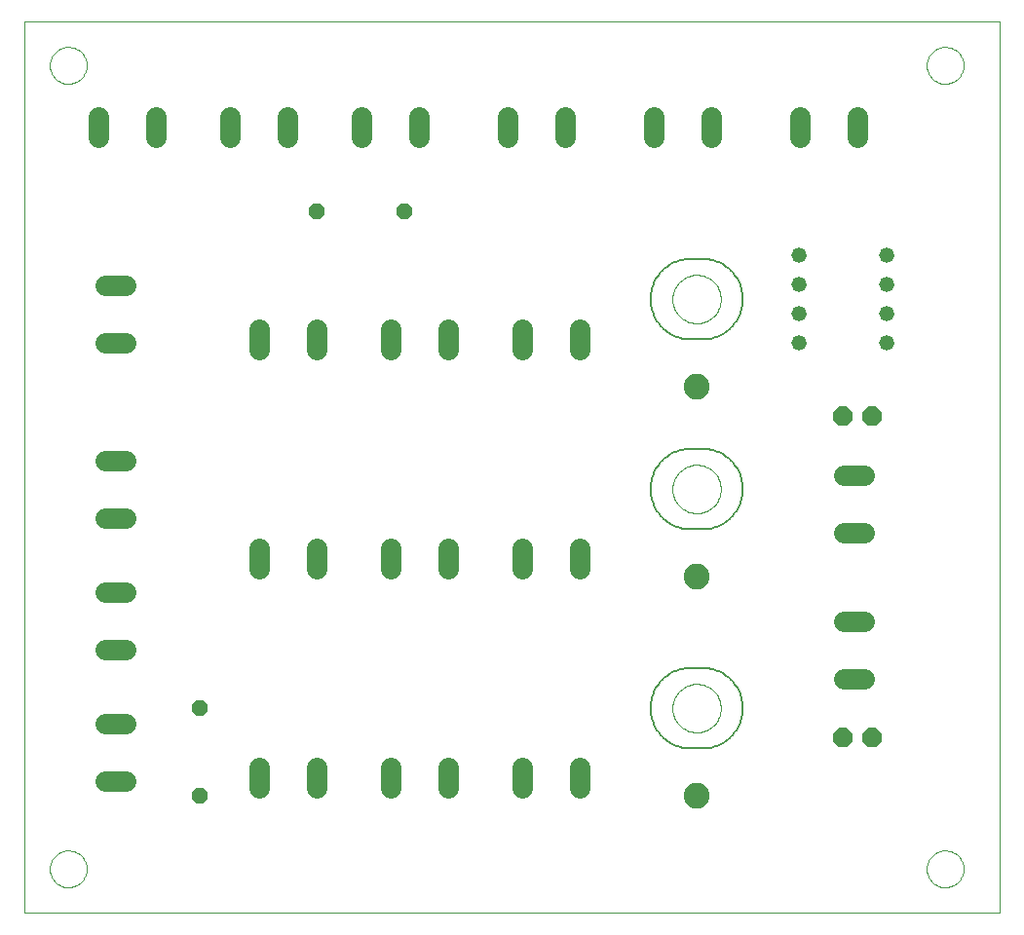
<source format=gtl>
G75*
%MOIN*%
%OFA0B0*%
%FSLAX24Y24*%
%IPPOS*%
%LPD*%
%AMOC8*
5,1,8,0,0,1.08239X$1,22.5*
%
%ADD10C,0.0000*%
%ADD11C,0.0520*%
%ADD12C,0.0050*%
%ADD13C,0.0886*%
%ADD14OC8,0.0660*%
%ADD15OC8,0.0520*%
%ADD16C,0.0700*%
D10*
X000350Y003500D02*
X000350Y033996D01*
X033720Y033996D01*
X033720Y003500D01*
X000350Y003500D01*
X001220Y005000D02*
X001222Y005050D01*
X001228Y005100D01*
X001238Y005149D01*
X001252Y005197D01*
X001269Y005244D01*
X001290Y005289D01*
X001315Y005333D01*
X001343Y005374D01*
X001375Y005413D01*
X001409Y005450D01*
X001446Y005484D01*
X001486Y005514D01*
X001528Y005541D01*
X001572Y005565D01*
X001618Y005586D01*
X001665Y005602D01*
X001713Y005615D01*
X001763Y005624D01*
X001812Y005629D01*
X001863Y005630D01*
X001913Y005627D01*
X001962Y005620D01*
X002011Y005609D01*
X002059Y005594D01*
X002105Y005576D01*
X002150Y005554D01*
X002193Y005528D01*
X002234Y005499D01*
X002273Y005467D01*
X002309Y005432D01*
X002341Y005394D01*
X002371Y005354D01*
X002398Y005311D01*
X002421Y005267D01*
X002440Y005221D01*
X002456Y005173D01*
X002468Y005124D01*
X002476Y005075D01*
X002480Y005025D01*
X002480Y004975D01*
X002476Y004925D01*
X002468Y004876D01*
X002456Y004827D01*
X002440Y004779D01*
X002421Y004733D01*
X002398Y004689D01*
X002371Y004646D01*
X002341Y004606D01*
X002309Y004568D01*
X002273Y004533D01*
X002234Y004501D01*
X002193Y004472D01*
X002150Y004446D01*
X002105Y004424D01*
X002059Y004406D01*
X002011Y004391D01*
X001962Y004380D01*
X001913Y004373D01*
X001863Y004370D01*
X001812Y004371D01*
X001763Y004376D01*
X001713Y004385D01*
X001665Y004398D01*
X001618Y004414D01*
X001572Y004435D01*
X001528Y004459D01*
X001486Y004486D01*
X001446Y004516D01*
X001409Y004550D01*
X001375Y004587D01*
X001343Y004626D01*
X001315Y004667D01*
X001290Y004711D01*
X001269Y004756D01*
X001252Y004803D01*
X001238Y004851D01*
X001228Y004900D01*
X001222Y004950D01*
X001220Y005000D01*
X022523Y010500D02*
X022525Y010557D01*
X022531Y010614D01*
X022541Y010670D01*
X022554Y010726D01*
X022572Y010780D01*
X022593Y010833D01*
X022618Y010884D01*
X022646Y010934D01*
X022678Y010981D01*
X022712Y011027D01*
X022750Y011069D01*
X022791Y011109D01*
X022834Y011147D01*
X022880Y011181D01*
X022928Y011211D01*
X022978Y011239D01*
X023030Y011263D01*
X023084Y011283D01*
X023138Y011299D01*
X023194Y011312D01*
X023250Y011321D01*
X023307Y011326D01*
X023364Y011327D01*
X023421Y011324D01*
X023478Y011317D01*
X023534Y011306D01*
X023589Y011292D01*
X023643Y011273D01*
X023696Y011251D01*
X023747Y011226D01*
X023796Y011196D01*
X023843Y011164D01*
X023888Y011128D01*
X023930Y011090D01*
X023969Y011048D01*
X024005Y011004D01*
X024039Y010958D01*
X024069Y010909D01*
X024095Y010859D01*
X024118Y010807D01*
X024137Y010753D01*
X024153Y010698D01*
X024165Y010642D01*
X024173Y010585D01*
X024177Y010529D01*
X024177Y010471D01*
X024173Y010415D01*
X024165Y010358D01*
X024153Y010302D01*
X024137Y010247D01*
X024118Y010193D01*
X024095Y010141D01*
X024069Y010091D01*
X024039Y010042D01*
X024005Y009996D01*
X023969Y009952D01*
X023930Y009910D01*
X023888Y009872D01*
X023843Y009836D01*
X023796Y009804D01*
X023747Y009774D01*
X023696Y009749D01*
X023643Y009727D01*
X023589Y009708D01*
X023534Y009694D01*
X023478Y009683D01*
X023421Y009676D01*
X023364Y009673D01*
X023307Y009674D01*
X023250Y009679D01*
X023194Y009688D01*
X023138Y009701D01*
X023084Y009717D01*
X023030Y009737D01*
X022978Y009761D01*
X022928Y009789D01*
X022880Y009819D01*
X022834Y009853D01*
X022791Y009891D01*
X022750Y009931D01*
X022712Y009973D01*
X022678Y010019D01*
X022646Y010066D01*
X022618Y010116D01*
X022593Y010167D01*
X022572Y010220D01*
X022554Y010274D01*
X022541Y010330D01*
X022531Y010386D01*
X022525Y010443D01*
X022523Y010500D01*
X022523Y018000D02*
X022525Y018057D01*
X022531Y018114D01*
X022541Y018170D01*
X022554Y018226D01*
X022572Y018280D01*
X022593Y018333D01*
X022618Y018384D01*
X022646Y018434D01*
X022678Y018481D01*
X022712Y018527D01*
X022750Y018569D01*
X022791Y018609D01*
X022834Y018647D01*
X022880Y018681D01*
X022928Y018711D01*
X022978Y018739D01*
X023030Y018763D01*
X023084Y018783D01*
X023138Y018799D01*
X023194Y018812D01*
X023250Y018821D01*
X023307Y018826D01*
X023364Y018827D01*
X023421Y018824D01*
X023478Y018817D01*
X023534Y018806D01*
X023589Y018792D01*
X023643Y018773D01*
X023696Y018751D01*
X023747Y018726D01*
X023796Y018696D01*
X023843Y018664D01*
X023888Y018628D01*
X023930Y018590D01*
X023969Y018548D01*
X024005Y018504D01*
X024039Y018458D01*
X024069Y018409D01*
X024095Y018359D01*
X024118Y018307D01*
X024137Y018253D01*
X024153Y018198D01*
X024165Y018142D01*
X024173Y018085D01*
X024177Y018029D01*
X024177Y017971D01*
X024173Y017915D01*
X024165Y017858D01*
X024153Y017802D01*
X024137Y017747D01*
X024118Y017693D01*
X024095Y017641D01*
X024069Y017591D01*
X024039Y017542D01*
X024005Y017496D01*
X023969Y017452D01*
X023930Y017410D01*
X023888Y017372D01*
X023843Y017336D01*
X023796Y017304D01*
X023747Y017274D01*
X023696Y017249D01*
X023643Y017227D01*
X023589Y017208D01*
X023534Y017194D01*
X023478Y017183D01*
X023421Y017176D01*
X023364Y017173D01*
X023307Y017174D01*
X023250Y017179D01*
X023194Y017188D01*
X023138Y017201D01*
X023084Y017217D01*
X023030Y017237D01*
X022978Y017261D01*
X022928Y017289D01*
X022880Y017319D01*
X022834Y017353D01*
X022791Y017391D01*
X022750Y017431D01*
X022712Y017473D01*
X022678Y017519D01*
X022646Y017566D01*
X022618Y017616D01*
X022593Y017667D01*
X022572Y017720D01*
X022554Y017774D01*
X022541Y017830D01*
X022531Y017886D01*
X022525Y017943D01*
X022523Y018000D01*
X022523Y024500D02*
X022525Y024557D01*
X022531Y024614D01*
X022541Y024670D01*
X022554Y024726D01*
X022572Y024780D01*
X022593Y024833D01*
X022618Y024884D01*
X022646Y024934D01*
X022678Y024981D01*
X022712Y025027D01*
X022750Y025069D01*
X022791Y025109D01*
X022834Y025147D01*
X022880Y025181D01*
X022928Y025211D01*
X022978Y025239D01*
X023030Y025263D01*
X023084Y025283D01*
X023138Y025299D01*
X023194Y025312D01*
X023250Y025321D01*
X023307Y025326D01*
X023364Y025327D01*
X023421Y025324D01*
X023478Y025317D01*
X023534Y025306D01*
X023589Y025292D01*
X023643Y025273D01*
X023696Y025251D01*
X023747Y025226D01*
X023796Y025196D01*
X023843Y025164D01*
X023888Y025128D01*
X023930Y025090D01*
X023969Y025048D01*
X024005Y025004D01*
X024039Y024958D01*
X024069Y024909D01*
X024095Y024859D01*
X024118Y024807D01*
X024137Y024753D01*
X024153Y024698D01*
X024165Y024642D01*
X024173Y024585D01*
X024177Y024529D01*
X024177Y024471D01*
X024173Y024415D01*
X024165Y024358D01*
X024153Y024302D01*
X024137Y024247D01*
X024118Y024193D01*
X024095Y024141D01*
X024069Y024091D01*
X024039Y024042D01*
X024005Y023996D01*
X023969Y023952D01*
X023930Y023910D01*
X023888Y023872D01*
X023843Y023836D01*
X023796Y023804D01*
X023747Y023774D01*
X023696Y023749D01*
X023643Y023727D01*
X023589Y023708D01*
X023534Y023694D01*
X023478Y023683D01*
X023421Y023676D01*
X023364Y023673D01*
X023307Y023674D01*
X023250Y023679D01*
X023194Y023688D01*
X023138Y023701D01*
X023084Y023717D01*
X023030Y023737D01*
X022978Y023761D01*
X022928Y023789D01*
X022880Y023819D01*
X022834Y023853D01*
X022791Y023891D01*
X022750Y023931D01*
X022712Y023973D01*
X022678Y024019D01*
X022646Y024066D01*
X022618Y024116D01*
X022593Y024167D01*
X022572Y024220D01*
X022554Y024274D01*
X022541Y024330D01*
X022531Y024386D01*
X022525Y024443D01*
X022523Y024500D01*
X031220Y032500D02*
X031222Y032550D01*
X031228Y032600D01*
X031238Y032649D01*
X031252Y032697D01*
X031269Y032744D01*
X031290Y032789D01*
X031315Y032833D01*
X031343Y032874D01*
X031375Y032913D01*
X031409Y032950D01*
X031446Y032984D01*
X031486Y033014D01*
X031528Y033041D01*
X031572Y033065D01*
X031618Y033086D01*
X031665Y033102D01*
X031713Y033115D01*
X031763Y033124D01*
X031812Y033129D01*
X031863Y033130D01*
X031913Y033127D01*
X031962Y033120D01*
X032011Y033109D01*
X032059Y033094D01*
X032105Y033076D01*
X032150Y033054D01*
X032193Y033028D01*
X032234Y032999D01*
X032273Y032967D01*
X032309Y032932D01*
X032341Y032894D01*
X032371Y032854D01*
X032398Y032811D01*
X032421Y032767D01*
X032440Y032721D01*
X032456Y032673D01*
X032468Y032624D01*
X032476Y032575D01*
X032480Y032525D01*
X032480Y032475D01*
X032476Y032425D01*
X032468Y032376D01*
X032456Y032327D01*
X032440Y032279D01*
X032421Y032233D01*
X032398Y032189D01*
X032371Y032146D01*
X032341Y032106D01*
X032309Y032068D01*
X032273Y032033D01*
X032234Y032001D01*
X032193Y031972D01*
X032150Y031946D01*
X032105Y031924D01*
X032059Y031906D01*
X032011Y031891D01*
X031962Y031880D01*
X031913Y031873D01*
X031863Y031870D01*
X031812Y031871D01*
X031763Y031876D01*
X031713Y031885D01*
X031665Y031898D01*
X031618Y031914D01*
X031572Y031935D01*
X031528Y031959D01*
X031486Y031986D01*
X031446Y032016D01*
X031409Y032050D01*
X031375Y032087D01*
X031343Y032126D01*
X031315Y032167D01*
X031290Y032211D01*
X031269Y032256D01*
X031252Y032303D01*
X031238Y032351D01*
X031228Y032400D01*
X031222Y032450D01*
X031220Y032500D01*
X031220Y005000D02*
X031222Y005050D01*
X031228Y005100D01*
X031238Y005149D01*
X031252Y005197D01*
X031269Y005244D01*
X031290Y005289D01*
X031315Y005333D01*
X031343Y005374D01*
X031375Y005413D01*
X031409Y005450D01*
X031446Y005484D01*
X031486Y005514D01*
X031528Y005541D01*
X031572Y005565D01*
X031618Y005586D01*
X031665Y005602D01*
X031713Y005615D01*
X031763Y005624D01*
X031812Y005629D01*
X031863Y005630D01*
X031913Y005627D01*
X031962Y005620D01*
X032011Y005609D01*
X032059Y005594D01*
X032105Y005576D01*
X032150Y005554D01*
X032193Y005528D01*
X032234Y005499D01*
X032273Y005467D01*
X032309Y005432D01*
X032341Y005394D01*
X032371Y005354D01*
X032398Y005311D01*
X032421Y005267D01*
X032440Y005221D01*
X032456Y005173D01*
X032468Y005124D01*
X032476Y005075D01*
X032480Y005025D01*
X032480Y004975D01*
X032476Y004925D01*
X032468Y004876D01*
X032456Y004827D01*
X032440Y004779D01*
X032421Y004733D01*
X032398Y004689D01*
X032371Y004646D01*
X032341Y004606D01*
X032309Y004568D01*
X032273Y004533D01*
X032234Y004501D01*
X032193Y004472D01*
X032150Y004446D01*
X032105Y004424D01*
X032059Y004406D01*
X032011Y004391D01*
X031962Y004380D01*
X031913Y004373D01*
X031863Y004370D01*
X031812Y004371D01*
X031763Y004376D01*
X031713Y004385D01*
X031665Y004398D01*
X031618Y004414D01*
X031572Y004435D01*
X031528Y004459D01*
X031486Y004486D01*
X031446Y004516D01*
X031409Y004550D01*
X031375Y004587D01*
X031343Y004626D01*
X031315Y004667D01*
X031290Y004711D01*
X031269Y004756D01*
X031252Y004803D01*
X031238Y004851D01*
X031228Y004900D01*
X031222Y004950D01*
X031220Y005000D01*
X001220Y032500D02*
X001222Y032550D01*
X001228Y032600D01*
X001238Y032649D01*
X001252Y032697D01*
X001269Y032744D01*
X001290Y032789D01*
X001315Y032833D01*
X001343Y032874D01*
X001375Y032913D01*
X001409Y032950D01*
X001446Y032984D01*
X001486Y033014D01*
X001528Y033041D01*
X001572Y033065D01*
X001618Y033086D01*
X001665Y033102D01*
X001713Y033115D01*
X001763Y033124D01*
X001812Y033129D01*
X001863Y033130D01*
X001913Y033127D01*
X001962Y033120D01*
X002011Y033109D01*
X002059Y033094D01*
X002105Y033076D01*
X002150Y033054D01*
X002193Y033028D01*
X002234Y032999D01*
X002273Y032967D01*
X002309Y032932D01*
X002341Y032894D01*
X002371Y032854D01*
X002398Y032811D01*
X002421Y032767D01*
X002440Y032721D01*
X002456Y032673D01*
X002468Y032624D01*
X002476Y032575D01*
X002480Y032525D01*
X002480Y032475D01*
X002476Y032425D01*
X002468Y032376D01*
X002456Y032327D01*
X002440Y032279D01*
X002421Y032233D01*
X002398Y032189D01*
X002371Y032146D01*
X002341Y032106D01*
X002309Y032068D01*
X002273Y032033D01*
X002234Y032001D01*
X002193Y031972D01*
X002150Y031946D01*
X002105Y031924D01*
X002059Y031906D01*
X002011Y031891D01*
X001962Y031880D01*
X001913Y031873D01*
X001863Y031870D01*
X001812Y031871D01*
X001763Y031876D01*
X001713Y031885D01*
X001665Y031898D01*
X001618Y031914D01*
X001572Y031935D01*
X001528Y031959D01*
X001486Y031986D01*
X001446Y032016D01*
X001409Y032050D01*
X001375Y032087D01*
X001343Y032126D01*
X001315Y032167D01*
X001290Y032211D01*
X001269Y032256D01*
X001252Y032303D01*
X001238Y032351D01*
X001228Y032400D01*
X001222Y032450D01*
X001220Y032500D01*
D11*
X026850Y026000D03*
X026850Y025000D03*
X026850Y024000D03*
X026850Y023000D03*
X029850Y023000D03*
X029850Y024000D03*
X029850Y025000D03*
X029850Y026000D03*
D12*
X023547Y025878D02*
X023153Y025878D01*
X021775Y024500D02*
X021777Y024428D01*
X021783Y024356D01*
X021792Y024284D01*
X021805Y024213D01*
X021822Y024143D01*
X021842Y024074D01*
X021867Y024006D01*
X021894Y023940D01*
X021925Y023874D01*
X021960Y023811D01*
X021997Y023749D01*
X022038Y023690D01*
X022082Y023633D01*
X022129Y023578D01*
X022179Y023526D01*
X022231Y023476D01*
X022286Y023429D01*
X022343Y023385D01*
X022402Y023344D01*
X022464Y023307D01*
X022527Y023272D01*
X022593Y023241D01*
X022659Y023214D01*
X022727Y023189D01*
X022796Y023169D01*
X022866Y023152D01*
X022937Y023139D01*
X023009Y023130D01*
X023081Y023124D01*
X023153Y023122D01*
X023547Y023122D01*
X024925Y024500D02*
X024923Y024572D01*
X024917Y024644D01*
X024908Y024716D01*
X024895Y024787D01*
X024878Y024857D01*
X024858Y024926D01*
X024833Y024994D01*
X024806Y025060D01*
X024775Y025126D01*
X024740Y025189D01*
X024703Y025251D01*
X024662Y025310D01*
X024618Y025367D01*
X024571Y025422D01*
X024521Y025474D01*
X024469Y025524D01*
X024414Y025571D01*
X024357Y025615D01*
X024298Y025656D01*
X024236Y025693D01*
X024173Y025728D01*
X024107Y025759D01*
X024041Y025786D01*
X023973Y025811D01*
X023904Y025831D01*
X023834Y025848D01*
X023763Y025861D01*
X023691Y025870D01*
X023619Y025876D01*
X023547Y025878D01*
X024925Y024500D02*
X024923Y024428D01*
X024917Y024356D01*
X024908Y024284D01*
X024895Y024213D01*
X024878Y024143D01*
X024858Y024074D01*
X024833Y024006D01*
X024806Y023940D01*
X024775Y023874D01*
X024740Y023811D01*
X024703Y023749D01*
X024662Y023690D01*
X024618Y023633D01*
X024571Y023578D01*
X024521Y023526D01*
X024469Y023476D01*
X024414Y023429D01*
X024357Y023385D01*
X024298Y023344D01*
X024236Y023307D01*
X024173Y023272D01*
X024107Y023241D01*
X024041Y023214D01*
X023973Y023189D01*
X023904Y023169D01*
X023834Y023152D01*
X023763Y023139D01*
X023691Y023130D01*
X023619Y023124D01*
X023547Y023122D01*
X021775Y024500D02*
X021777Y024572D01*
X021783Y024644D01*
X021792Y024716D01*
X021805Y024787D01*
X021822Y024857D01*
X021842Y024926D01*
X021867Y024994D01*
X021894Y025060D01*
X021925Y025126D01*
X021960Y025189D01*
X021997Y025251D01*
X022038Y025310D01*
X022082Y025367D01*
X022129Y025422D01*
X022179Y025474D01*
X022231Y025524D01*
X022286Y025571D01*
X022343Y025615D01*
X022402Y025656D01*
X022464Y025693D01*
X022527Y025728D01*
X022593Y025759D01*
X022659Y025786D01*
X022727Y025811D01*
X022796Y025831D01*
X022866Y025848D01*
X022937Y025861D01*
X023009Y025870D01*
X023081Y025876D01*
X023153Y025878D01*
X023153Y019378D02*
X023547Y019378D01*
X023619Y019376D01*
X023691Y019370D01*
X023763Y019361D01*
X023834Y019348D01*
X023904Y019331D01*
X023973Y019311D01*
X024041Y019286D01*
X024107Y019259D01*
X024173Y019228D01*
X024236Y019193D01*
X024298Y019156D01*
X024357Y019115D01*
X024414Y019071D01*
X024469Y019024D01*
X024521Y018974D01*
X024571Y018922D01*
X024618Y018867D01*
X024662Y018810D01*
X024703Y018751D01*
X024740Y018689D01*
X024775Y018626D01*
X024806Y018560D01*
X024833Y018494D01*
X024858Y018426D01*
X024878Y018357D01*
X024895Y018287D01*
X024908Y018216D01*
X024917Y018144D01*
X024923Y018072D01*
X024925Y018000D01*
X024923Y017928D01*
X024917Y017856D01*
X024908Y017784D01*
X024895Y017713D01*
X024878Y017643D01*
X024858Y017574D01*
X024833Y017506D01*
X024806Y017440D01*
X024775Y017374D01*
X024740Y017311D01*
X024703Y017249D01*
X024662Y017190D01*
X024618Y017133D01*
X024571Y017078D01*
X024521Y017026D01*
X024469Y016976D01*
X024414Y016929D01*
X024357Y016885D01*
X024298Y016844D01*
X024236Y016807D01*
X024173Y016772D01*
X024107Y016741D01*
X024041Y016714D01*
X023973Y016689D01*
X023904Y016669D01*
X023834Y016652D01*
X023763Y016639D01*
X023691Y016630D01*
X023619Y016624D01*
X023547Y016622D01*
X023153Y016622D01*
X023081Y016624D01*
X023009Y016630D01*
X022937Y016639D01*
X022866Y016652D01*
X022796Y016669D01*
X022727Y016689D01*
X022659Y016714D01*
X022593Y016741D01*
X022527Y016772D01*
X022464Y016807D01*
X022402Y016844D01*
X022343Y016885D01*
X022286Y016929D01*
X022231Y016976D01*
X022179Y017026D01*
X022129Y017078D01*
X022082Y017133D01*
X022038Y017190D01*
X021997Y017249D01*
X021960Y017311D01*
X021925Y017374D01*
X021894Y017440D01*
X021867Y017506D01*
X021842Y017574D01*
X021822Y017643D01*
X021805Y017713D01*
X021792Y017784D01*
X021783Y017856D01*
X021777Y017928D01*
X021775Y018000D01*
X021777Y018072D01*
X021783Y018144D01*
X021792Y018216D01*
X021805Y018287D01*
X021822Y018357D01*
X021842Y018426D01*
X021867Y018494D01*
X021894Y018560D01*
X021925Y018626D01*
X021960Y018689D01*
X021997Y018751D01*
X022038Y018810D01*
X022082Y018867D01*
X022129Y018922D01*
X022179Y018974D01*
X022231Y019024D01*
X022286Y019071D01*
X022343Y019115D01*
X022402Y019156D01*
X022464Y019193D01*
X022527Y019228D01*
X022593Y019259D01*
X022659Y019286D01*
X022727Y019311D01*
X022796Y019331D01*
X022866Y019348D01*
X022937Y019361D01*
X023009Y019370D01*
X023081Y019376D01*
X023153Y019378D01*
X023153Y011878D02*
X023547Y011878D01*
X023619Y011876D01*
X023691Y011870D01*
X023763Y011861D01*
X023834Y011848D01*
X023904Y011831D01*
X023973Y011811D01*
X024041Y011786D01*
X024107Y011759D01*
X024173Y011728D01*
X024236Y011693D01*
X024298Y011656D01*
X024357Y011615D01*
X024414Y011571D01*
X024469Y011524D01*
X024521Y011474D01*
X024571Y011422D01*
X024618Y011367D01*
X024662Y011310D01*
X024703Y011251D01*
X024740Y011189D01*
X024775Y011126D01*
X024806Y011060D01*
X024833Y010994D01*
X024858Y010926D01*
X024878Y010857D01*
X024895Y010787D01*
X024908Y010716D01*
X024917Y010644D01*
X024923Y010572D01*
X024925Y010500D01*
X024923Y010428D01*
X024917Y010356D01*
X024908Y010284D01*
X024895Y010213D01*
X024878Y010143D01*
X024858Y010074D01*
X024833Y010006D01*
X024806Y009940D01*
X024775Y009874D01*
X024740Y009811D01*
X024703Y009749D01*
X024662Y009690D01*
X024618Y009633D01*
X024571Y009578D01*
X024521Y009526D01*
X024469Y009476D01*
X024414Y009429D01*
X024357Y009385D01*
X024298Y009344D01*
X024236Y009307D01*
X024173Y009272D01*
X024107Y009241D01*
X024041Y009214D01*
X023973Y009189D01*
X023904Y009169D01*
X023834Y009152D01*
X023763Y009139D01*
X023691Y009130D01*
X023619Y009124D01*
X023547Y009122D01*
X023153Y009122D01*
X023081Y009124D01*
X023009Y009130D01*
X022937Y009139D01*
X022866Y009152D01*
X022796Y009169D01*
X022727Y009189D01*
X022659Y009214D01*
X022593Y009241D01*
X022527Y009272D01*
X022464Y009307D01*
X022402Y009344D01*
X022343Y009385D01*
X022286Y009429D01*
X022231Y009476D01*
X022179Y009526D01*
X022129Y009578D01*
X022082Y009633D01*
X022038Y009690D01*
X021997Y009749D01*
X021960Y009811D01*
X021925Y009874D01*
X021894Y009940D01*
X021867Y010006D01*
X021842Y010074D01*
X021822Y010143D01*
X021805Y010213D01*
X021792Y010284D01*
X021783Y010356D01*
X021777Y010428D01*
X021775Y010500D01*
X021777Y010572D01*
X021783Y010644D01*
X021792Y010716D01*
X021805Y010787D01*
X021822Y010857D01*
X021842Y010926D01*
X021867Y010994D01*
X021894Y011060D01*
X021925Y011126D01*
X021960Y011189D01*
X021997Y011251D01*
X022038Y011310D01*
X022082Y011367D01*
X022129Y011422D01*
X022179Y011474D01*
X022231Y011524D01*
X022286Y011571D01*
X022343Y011615D01*
X022402Y011656D01*
X022464Y011693D01*
X022527Y011728D01*
X022593Y011759D01*
X022659Y011786D01*
X022727Y011811D01*
X022796Y011831D01*
X022866Y011848D01*
X022937Y011861D01*
X023009Y011870D01*
X023081Y011876D01*
X023153Y011878D01*
D13*
X023350Y015000D03*
X023350Y021500D03*
X023350Y007500D03*
D14*
X028350Y009500D03*
X029350Y009500D03*
X029350Y020500D03*
X028350Y020500D03*
D15*
X013350Y027500D03*
X010350Y027500D03*
X006350Y010500D03*
X006350Y007500D03*
D16*
X008366Y007756D02*
X008366Y008456D01*
X010334Y008456D02*
X010334Y007756D01*
X012866Y007756D02*
X012866Y008456D01*
X014834Y008456D02*
X014834Y007756D01*
X017366Y007756D02*
X017366Y008456D01*
X019334Y008456D02*
X019334Y007756D01*
X019334Y015256D02*
X019334Y015956D01*
X017366Y015956D02*
X017366Y015256D01*
X014834Y015256D02*
X014834Y015956D01*
X012866Y015956D02*
X012866Y015256D01*
X010334Y015256D02*
X010334Y015956D01*
X008366Y015956D02*
X008366Y015256D01*
X003806Y014484D02*
X003106Y014484D01*
X003106Y012516D02*
X003806Y012516D01*
X003806Y009984D02*
X003106Y009984D01*
X003106Y008016D02*
X003806Y008016D01*
X003806Y017016D02*
X003106Y017016D01*
X003106Y018984D02*
X003806Y018984D01*
X003806Y023016D02*
X003106Y023016D01*
X003106Y024984D02*
X003806Y024984D01*
X008366Y023456D02*
X008366Y022756D01*
X010334Y022756D02*
X010334Y023456D01*
X012866Y023456D02*
X012866Y022756D01*
X014834Y022756D02*
X014834Y023456D01*
X017366Y023456D02*
X017366Y022756D01*
X019334Y022756D02*
X019334Y023456D01*
X018834Y030044D02*
X018834Y030744D01*
X016866Y030744D02*
X016866Y030044D01*
X013834Y030044D02*
X013834Y030744D01*
X011866Y030744D02*
X011866Y030044D01*
X009334Y030044D02*
X009334Y030744D01*
X007366Y030744D02*
X007366Y030044D01*
X004834Y030044D02*
X004834Y030744D01*
X002866Y030744D02*
X002866Y030044D01*
X021866Y030044D02*
X021866Y030744D01*
X023834Y030744D02*
X023834Y030044D01*
X026866Y030044D02*
X026866Y030744D01*
X028834Y030744D02*
X028834Y030044D01*
X029094Y018484D02*
X028394Y018484D01*
X028394Y016516D02*
X029094Y016516D01*
X029094Y013484D02*
X028394Y013484D01*
X028394Y011516D02*
X029094Y011516D01*
M02*

</source>
